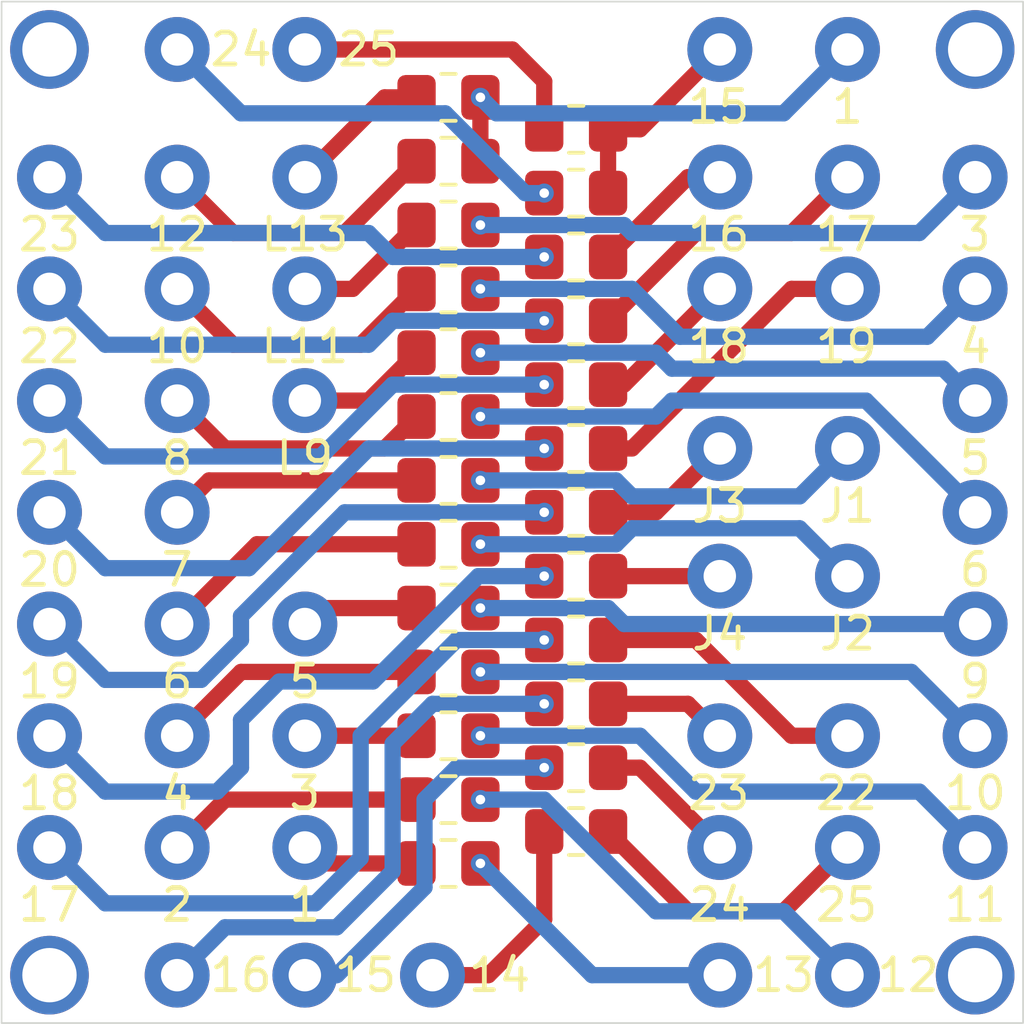
<source format=kicad_pcb>
(kicad_pcb (version 20241229) (generator "pcbnew") (generator_version "9.0")
  (layers (0 "F.Cu" signal) (2 "B.Cu" signal) (13 "F.Paste" user) (15 "B.Paste" user) (5 "F.SilkS" user "F.Silkscreen") (7 "B.SilkS" user "B.Silkscreen") (1 "F.Mask" user) (3 "B.Mask" user) (25 "Edge.Cuts" user))
  (net 0 "")
  (net 1 "Net-(J2-Pin_1)")
  (net 2 "Net-(J4-Pin_1)")
  (net 3 "Net-(L1-Pin_1)")
  (net 4 "Net-(L2-Pin_1)")
  (net 5 "Net-(L3-Pin_1)")
  (net 6 "Net-(L4-Pin_1)")
  (net 7 "Net-(L5-Pin_1)")
  (net 8 "Net-(L6-Pin_1)")
  (net 9 "Net-(L7-Pin_1)")
  (net 10 "Net-(L8-Pin_1)")
  (net 11 "Net-(L9-Pin_1)")
  (net 12 "Net-(L10-Pin_1)")
  (net 13 "Net-(L11-Pin_1)")
  (net 14 "Net-(L12-Pin_1)")
  (net 15 "Net-(L13-Pin_1)")
  (net 16 "Net-(L14-Pin_1)")
  (net 17 "Net-(L15-Pin_1)")
  (net 18 "Net-(L16-Pin_1)")
  (net 19 "Net-(L17-Pin_1)")
  (net 20 "Net-(L18-Pin_1)")
  (net 21 "Net-(L19-Pin_1)")
  (net 22 "Net-(L20-Pin_1)")
  (net 23 "Net-(L21-Pin_1)")
  (net 24 "Net-(L22-Pin_1)")
  (net 25 "Net-(L23-Pin_1)")
  (net 26 "Net-(L24-Pin_1)")
  (net 27 "Net-(L25-Pin_1)")
  (net 28 "Net-(R1-Pin_1)")
  (net 29 "Net-(R3-Pin_1)")
  (net 30 "Net-(R4-Pin_1)")
  (net 31 "Net-(R5-Pin_1)")
  (net 32 "Net-(R6-Pin_1)")
  (net 33 "Net-(R9-Pin_1)")
  (net 34 "Net-(R10-Pin_1)")
  (net 35 "Net-(R11-Pin_1)")
  (net 36 "Net-(R12-Pin_1)")
  (net 37 "Net-(R13-Pin_1)")
  (net 38 "Net-(R15-Pin_1)")
  (net 39 "Net-(R16-Pin_1)")
  (net 40 "Net-(R17-Pin_1)")
  (net 41 "Net-(R18-Pin_1)")
  (net 42 "Net-(R19-Pin_1)")
  (net 43 "Net-(R22-Pin_1)")
  (net 44 "Net-(R23-Pin_1)")
  (net 45 "Net-(R24-Pin_1)")
  (net 46 "Net-(R25-Pin_1)")
  (net 47 "Net-(J1-Pin_1)")
  (net 48 "Net-(J3-Pin_1)")
  (footprint "Resistor_SMD:R_0805_2012Metric_Pad1.20x1.40mm_HandSolder" (layer "F.Cu") (at 218 92 180)
    (property "Reference" "Res23" (hide yes))
    (property "Value" "~" (hide yes))
    (fp_line (start -0.227064 0.735) (end 0.227064 0.735) (stroke (width 0.12)) (layer "F.SilkS"))
    (fp_line (start -0.227064 -0.735) (end 0.227064 -0.735) (stroke (width 0.12)) (layer "F.SilkS"))
    (pad "1" smd roundrect (at -1 0 180) (size 1.2 1.4) (layers "F.Cu" "F.Mask" "F.Paste") (roundrect_rratio 0.208333) (net 44 "Net-(R23-Pin_1)"))
    (pad "2" smd roundrect (at 1 0 180) (size 1.2 1.4) (layers "F.Cu" "F.Mask" "F.Paste") (roundrect_rratio 0.208333) (net 18 "Net-(L16-Pin_1)"))
  )
  (footprint "Resistor_SMD:R_0805_2012Metric_Pad1.20x1.40mm_HandSolder" (layer "F.Cu") (at 214 93 180)
    (property "Reference" "Res11" (hide yes))
    (property "Value" "~" (hide yes))
    (fp_line (start -0.227064 0.735) (end 0.227064 0.735) (stroke (width 0.12)) (layer "F.SilkS"))
    (fp_line (start -0.227064 -0.735) (end 0.227064 -0.735) (stroke (width 0.12)) (layer "F.SilkS"))
    (pad "1" smd roundrect (at -1 0 180) (size 1.2 1.4) (layers "F.Cu" "F.Mask" "F.Paste") (roundrect_rratio 0.208333) (net 35 "Net-(R11-Pin_1)"))
    (pad "2" smd roundrect (at 1 0 180) (size 1.2 1.4) (layers "F.Cu" "F.Mask" "F.Paste") (roundrect_rratio 0.208333) (net 5 "Net-(L3-Pin_1)"))
  )
  (footprint "0_gleblab-general:40mils-TH-wire" (layer "F.Cu") (at 201.5 82.5 180)
    (property "Reference" "21" (at 0 -1.8 0) (layer "F.SilkS"))
    (property "Value" "Conn_01x01" (hide yes))
    (pad "1" thru_hole circle (at 0 0 180) (size 2.032 2.032) (drill 1.016) (layers "*.Cu" "*.Mask") (net 23 "Net-(L21-Pin_1)"))
  )
  (footprint "0_gleblab-general:40mils-TH-wire" (layer "F.Cu") (at 226.5 100.5)
    (property "Reference" "12" (at 1.9 0 0) (layer "F.SilkS"))
    (property "Value" "Conn_01x01" (hide yes))
    (pad "1" thru_hole circle (at 0 0) (size 2.032 2.032) (drill 1.016) (layers "*.Cu" "*.Mask") (net 36 "Net-(R12-Pin_1)"))
  )
  (footprint "0_gleblab-general:40mils-TH-wire" (layer "F.Cu") (at 201.5 75.5 180)
    (property "Reference" "23" (at 0 -1.8 0) (layer "F.SilkS"))
    (property "Value" "Conn_01x01" (hide yes))
    (pad "1" thru_hole circle (at 0 0 180) (size 2.032 2.032) (drill 1.016) (layers "*.Cu" "*.Mask") (net 25 "Net-(L23-Pin_1)"))
  )
  (footprint "0_gleblab-general:40mils-TH-wire" (layer "F.Cu") (at 222.5 71.5)
    (property "Reference" "15" (at -0.032 1.8 0) (layer "F.SilkS"))
    (property "Value" "Conn_01x01" (hide yes))
    (pad "1" thru_hole circle (at 0 0) (size 2.032 2.032) (drill 1.016) (layers "*.Cu" "*.Mask") (net 38 "Net-(R15-Pin_1)"))
  )
  (footprint "Resistor_SMD:R_0805_2012Metric_Pad1.20x1.40mm_HandSolder" (layer "F.Cu") (at 214 87 180)
    (property "Reference" "Res8" (hide yes))
    (property "Value" "~")
    (fp_line (start -0.227064 0.735) (end 0.227064 0.735) (stroke (width 0.12)) (layer "F.SilkS"))
    (fp_line (start -0.227064 -0.735) (end 0.227064 -0.735) (stroke (width 0.12)) (layer "F.SilkS"))
    (pad "1" smd roundrect (at -1 0 180) (size 1.2 1.4) (layers "F.Cu" "F.Mask" "F.Paste") (roundrect_rratio 0.208333) (net 1 "Net-(J2-Pin_1)"))
    (pad "2" smd roundrect (at 1 0 180) (size 1.2 1.4) (layers "F.Cu" "F.Mask" "F.Paste") (roundrect_rratio 0.208333) (net 8 "Net-(L6-Pin_1)"))
  )
  (footprint "0_gleblab-general:40mils-TH-wire" (layer "F.Cu") (at 209.5 71.5)
    (property "Reference" "25" (at 2 0 0) (layer "F.SilkS"))
    (property "Value" "Conn_01x01" (hide yes))
    (pad "1" thru_hole circle (at 0 0) (size 2.032 2.032) (drill 1.016) (layers "*.Cu" "*.Mask") (net 27 "Net-(L25-Pin_1)"))
  )
  (footprint "0_gleblab-general:40mils-TH-wire" (layer "F.Cu") (at 205.5 89.5 180)
    (property "Reference" "6" (at 0 -1.8 0) (layer "F.SilkS"))
    (property "Value" "Conn_01x01" (hide yes))
    (pad "1" thru_hole circle (at 0 0 180) (size 2.032 2.032) (drill 1.016) (layers "*.Cu" "*.Mask") (net 8 "Net-(L6-Pin_1)"))
  )
  (footprint "0_gleblab-general:0-80-GND-screw" (layer "F.Cu") (at 230.5 71.5)
    (property "Reference" "REF**" (hide yes))
    (property "Value" "0-80-GND-screw" (hide yes))
    (pad "1" thru_hole circle (at 0 0) (size 2.4638 2.4638) (drill 1.7018) (layers "*.Cu" "*.Mask"))
  )
  (footprint "Resistor_SMD:R_0805_2012Metric_Pad1.20x1.40mm_HandSolder" (layer "F.Cu") (at 214 89 180)
    (property "Reference" "Res9" (hide yes))
    (property "Value" "~")
    (fp_line (start -0.227064 0.735) (end 0.227064 0.735) (stroke (width 0.12)) (layer "F.SilkS"))
    (fp_line (start -0.227064 -0.735) (end 0.227064 -0.735) (stroke (width 0.12)) (layer "F.SilkS"))
    (pad "1" smd roundrect (at -1 0 180) (size 1.2 1.4) (layers "F.Cu" "F.Mask" "F.Paste") (roundrect_rratio 0.208333) (net 33 "Net-(R9-Pin_1)"))
    (pad "2" smd roundrect (at 1 0 180) (size 1.2 1.4) (layers "F.Cu" "F.Mask" "F.Paste") (roundrect_rratio 0.208333) (net 7 "Net-(L5-Pin_1)"))
  )
  (footprint "0_gleblab-general:0-80-GND-screw" (layer "F.Cu") (at 230.5 100.5)
    (property "Reference" "REF**" (hide yes))
    (property "Value" "0-80-GND-screw" (hide yes))
    (pad "1" thru_hole circle (at 0 0) (size 2.4638 2.4638) (drill 1.7018) (layers "*.Cu" "*.Mask"))
  )
  (footprint "0_gleblab-general:40mils-TH-wire" (layer "F.Cu") (at 226.5 84)
    (property "Reference" "J1" (at 0 1.8 0) (layer "F.SilkS"))
    (property "Value" "Conn_01x01" (hide yes))
    (pad "1" thru_hole circle (at 0 0) (size 2.032 2.032) (drill 1.016) (layers "*.Cu" "*.Mask") (net 47 "Net-(J1-Pin_1)"))
  )
  (footprint "0_gleblab-general:40mils-TH-wire" (layer "F.Cu") (at 213.5 100.5)
    (property "Reference" "14" (at 2.1 0 0) (layer "F.SilkS"))
    (property "Value" "Conn_01x01" (hide yes))
    (pad "1" thru_hole circle (at 0 0) (size 2.032 2.032) (drill 1.016) (layers "*.Cu" "*.Mask") (net 16 "Net-(L14-Pin_1)"))
  )
  (footprint "0_gleblab-general:40mils-TH-wire" (layer "F.Cu") (at 222.5 79)
    (property "Reference" "18" (at -0.032 1.8 0) (layer "F.SilkS"))
    (property "Value" "Conn_01x01" (hide yes))
    (pad "1" thru_hole circle (at 0 0) (size 2.032 2.032) (drill 1.016) (layers "*.Cu" "*.Mask") (net 41 "Net-(R18-Pin_1)"))
  )
  (footprint "0_gleblab-general:40mils-TH-wire" (layer "F.Cu") (at 201.5 93 180)
    (property "Reference" "18" (at 0 -1.8 0) (layer "F.SilkS"))
    (property "Value" "Conn_01x01" (hide yes))
    (pad "1" thru_hole circle (at 0 0 180) (size 2.032 2.032) (drill 1.016) (layers "*.Cu" "*.Mask") (net 20 "Net-(L18-Pin_1)"))
  )
  (footprint "0_gleblab-general:40mils-TH-wire" (layer "F.Cu") (at 209.5 82.5 180)
    (property "Reference" "L9" (at 0 -1.8 0) (layer "F.SilkS"))
    (property "Value" "Conn_01x01" (hide yes))
    (pad "1" thru_hole circle (at 0 0 180) (size 2.032 2.032) (drill 1.016) (layers "*.Cu" "*.Mask") (net 11 "Net-(L9-Pin_1)"))
  )
  (footprint "0_gleblab-general:40mils-TH-wire" (layer "F.Cu") (at 201.5 79 180)
    (property "Reference" "22" (at 0 -1.8 0) (layer "F.SilkS"))
    (property "Value" "Conn_01x01" (hide yes))
    (pad "1" thru_hole circle (at 0 0 180) (size 2.032 2.032) (drill 1.016) (layers "*.Cu" "*.Mask") (net 24 "Net-(L22-Pin_1)"))
  )
  (footprint "0_gleblab-general:40mils-TH-wire" (layer "F.Cu") (at 222.5 96.5)
    (property "Reference" "24" (at 0 1.8 0) (layer "F.SilkS"))
    (property "Value" "Conn_01x01" (hide yes))
    (pad "1" thru_hole circle (at 0 0) (size 2.032 2.032) (drill 1.016) (layers "*.Cu" "*.Mask") (net 45 "Net-(R24-Pin_1)"))
  )
  (footprint "0_gleblab-general:0-80-GND-screw" (layer "F.Cu") (at 201.5 71.5)
    (property "Reference" "REF**" (hide yes))
    (property "Value" "0-80-GND-screw" (hide yes))
    (pad "1" thru_hole circle (at 0 0) (size 2.4638 2.4638) (drill 1.7018) (layers "*.Cu" "*.Mask"))
  )
  (footprint "0_gleblab-general:40mils-TH-wire" (layer "F.Cu") (at 222.5 100.5)
    (property "Reference" "13" (at 2 0 0) (layer "F.SilkS"))
    (property "Value" "Conn_01x01" (hide yes))
    (pad "1" thru_hole circle (at 0 0) (size 2.032 2.032) (drill 1.016) (layers "*.Cu" "*.Mask") (net 37 "Net-(R13-Pin_1)"))
  )
  (footprint "0_gleblab-general:40mils-TH-wire" (layer "F.Cu") (at 205.5 71.5)
    (property "Reference" "24" (at 2 0 0) (layer "F.SilkS"))
    (property "Value" "Conn_01x01" (hide yes))
    (pad "1" thru_hole circle (at 0 0) (size 2.032 2.032) (drill 1.016) (layers "*.Cu" "*.Mask") (net 26 "Net-(L24-Pin_1)"))
  )
  (footprint "0_gleblab-general:40mils-TH-wire" (layer "F.Cu") (at 230.5 86)
    (property "Reference" "6" (at 0 1.8 0) (layer "F.SilkS"))
    (property "Value" "Conn_01x01" (hide yes))
    (pad "1" thru_hole circle (at 0 0) (size 2.032 2.032) (drill 1.016) (layers "*.Cu" "*.Mask") (net 32 "Net-(R6-Pin_1)"))
  )
  (footprint "Resistor_SMD:R_0805_2012Metric_Pad1.20x1.40mm_HandSolder" (layer "F.Cu") (at 218 86 180)
    (property "Reference" "Res20" (hide yes))
    (property "Value" "~" (hide yes))
    (fp_line (start -0.227064 0.735) (end 0.227064 0.735) (stroke (width 0.12)) (layer "F.SilkS"))
    (fp_line (start -0.227064 -0.735) (end 0.227064 -0.735) (stroke (width 0.12)) (layer "F.SilkS"))
    (pad "1" smd roundrect (at -1 0 180) (size 1.2 1.4) (layers "F.Cu" "F.Mask" "F.Paste") (roundrect_rratio 0.208333) (net 48 "Net-(J3-Pin_1)"))
    (pad "2" smd roundrect (at 1 0 180) (size 1.2 1.4) (layers "F.Cu" "F.Mask" "F.Paste") (roundrect_rratio 0.208333) (net 21 "Net-(L19-Pin_1)"))
  )
  (footprint "0_gleblab-general:40mils-TH-wire" (layer "F.Cu") (at 226.5 96.5)
    (property "Reference" "25" (at -0.032 1.8 0) (layer "F.SilkS"))
    (property "Value" "Conn_01x01" (hide yes))
    (pad "1" thru_hole circle (at 0 0) (size 2.032 2.032) (drill 1.016) (layers "*.Cu" "*.Mask") (net 46 "Net-(R25-Pin_1)"))
  )
  (footprint "0_gleblab-general:40mils-TH-wire" (layer "F.Cu") (at 226.5 79)
    (property "Reference" "19" (at -0.032 1.8 0) (layer "F.SilkS"))
    (property "Value" "Conn_01x01" (hide yes))
    (pad "1" thru_hole circle (at 0 0) (size 2.032 2.032) (drill 1.016) (layers "*.Cu" "*.Mask") (net 42 "Net-(R19-Pin_1)"))
  )
  (footprint "0_gleblab-general:40mils-TH-wire" (layer "F.Cu") (at 230.5 82.5)
    (property "Reference" "5" (at 0 1.8 0) (layer "F.SilkS"))
    (property "Value" "Conn_01x01" (hide yes))
    (pad "1" thru_hole circle (at 0 0) (size 2.032 2.032) (drill 1.016) (layers "*.Cu" "*.Mask") (net 31 "Net-(R5-Pin_1)"))
  )
  (footprint "0_gleblab-general:40mils-TH-wire" (layer "F.Cu") (at 222.5 93)
    (property "Reference" "23" (at -0.032 1.8 0) (layer "F.SilkS"))
    (property "Value" "Conn_01x01" (hide yes))
    (pad "1" thru_hole circle (at 0 0) (size 2.032 2.032) (drill 1.016) (layers "*.Cu" "*.Mask") (net 44 "Net-(R23-Pin_1)"))
  )
  (footprint "Resistor_SMD:R_0805_2012Metric_Pad1.20x1.40mm_HandSolder" (layer "F.Cu") (at 218 74 180)
    (property "Reference" "Res14" (hide yes))
    (property "Value" "~" (hide yes))
    (fp_line (start -0.227064 0.735) (end 0.227064 0.735) (stroke (width 0.12)) (layer "F.SilkS"))
    (fp_line (start -0.227064 -0.735) (end 0.227064 -0.735) (stroke (width 0.12)) (layer "F.SilkS"))
    (pad "1" smd roundrect (at -1 0 180) (size 1.2 1.4) (layers "F.Cu" "F.Mask" "F.Paste") (roundrect_rratio 0.208333) (net 38 "Net-(R15-Pin_1)"))
    (pad "2" smd roundrect (at 1 0 180) (size 1.2 1.4) (layers "F.Cu" "F.Mask" "F.Paste") (roundrect_rratio 0.208333) (net 27 "Net-(L25-Pin_1)"))
  )
  (footprint "0_gleblab-general:40mils-TH-wire" (layer "F.Cu") (at 222.5 75.5)
    (property "Reference" "16" (at -0.032 1.8 0) (layer "F.SilkS"))
    (property "Value" "Conn_01x01" (hide yes))
    (pad "1" thru_hole circle (at 0 0) (size 2.032 2.032) (drill 1.016) (layers "*.Cu" "*.Mask") (net 39 "Net-(R16-Pin_1)"))
  )
  (footprint "0_gleblab-general:40mils-TH-wire" (layer "F.Cu") (at 201.5 89.5 180)
    (property "Reference" "19" (at 0 -1.8 0) (layer "F.SilkS"))
    (property "Value" "Conn_01x01" (hide yes))
    (pad "1" thru_hole circle (at 0 0 180) (size 2.032 2.032) (drill 1.016) (layers "*.Cu" "*.Mask") (net 21 "Net-(L19-Pin_1)"))
  )
  (footprint "0_gleblab-general:40mils-TH-wire" (layer "F.Cu") (at 201.5 86 180)
    (property "Reference" "20" (at 0 -1.8 0) (layer "F.SilkS"))
    (property "Value" "Conn_01x01" (hide yes))
    (pad "1" thru_hole circle (at 0 0 180) (size 2.032 2.032) (drill 1.016) (layers "*.Cu" "*.Mask") (net 22 "Net-(L20-Pin_1)"))
  )
  (footprint "0_gleblab-general:40mils-TH-wire" (layer "F.Cu") (at 209.5 89.5 180)
    (property "Reference" "5" (at 0 -1.8 0) (layer "F.SilkS"))
    (property "Value" "Conn_01x01" (hide yes))
    (pad "1" thru_hole circle (at 0 0 180) (size 2.032 2.032) (drill 1.016) (layers "*.Cu" "*.Mask") (net 7 "Net-(L5-Pin_1)"))
  )
  (footprint "0_gleblab-general:40mils-TH-wire" (layer "F.Cu") (at 226.5 75.5)
    (property "Reference" "17" (at -0.032 1.8 0) (layer "F.SilkS"))
    (property "Value" "Conn_01x01" (hide yes))
    (pad "1" thru_hole circle (at 0 0) (size 2.032 2.032) (drill 1.016) (layers "*.Cu" "*.Mask") (net 40 "Net-(R17-Pin_1)"))
  )
  (footprint "Resistor_SMD:R_0805_2012Metric_Pad1.20x1.40mm_HandSolder" (layer "F.Cu") (at 214 91 180)
    (property "Reference" "Res10" (hide yes))
    (property "Value" "~" (hide yes))
    (fp_line (start -0.227064 0.735) (end 0.227064 0.735) (stroke (width 0.12)) (layer "F.SilkS"))
    (fp_line (start -0.227064 -0.735) (end 0.227064 -0.735) (stroke (width 0.12)) (layer "F.SilkS"))
    (pad "1" smd roundrect (at -1 0 180) (size 1.2 1.4) (layers "F.Cu" "F.Mask" "F.Paste") (roundrect_rratio 0.208333) (net 34 "Net-(R10-Pin_1)"))
    (pad "2" smd roundrect (at 1 0 180) (size 1.2 1.4) (layers "F.Cu" "F.Mask" "F.Paste") (roundrect_rratio 0.208333) (net 6 "Net-(L4-Pin_1)"))
  )
  (footprint "Resistor_SMD:R_0805_2012Metric_Pad1.20x1.40mm_HandSolder" (layer "F.Cu") (at 214 77 180)
    (property "Reference" "Res3" (hide yes))
    (property "Value" "~" (hide yes))
    (fp_line (start -0.227064 0.735) (end 0.227064 0.735) (stroke (width 0.12)) (layer "F.SilkS"))
    (fp_line (start -0.227064 -0.735) (end 0.227064 -0.735) (stroke (width 0.12)) (layer "F.SilkS"))
    (pad "1" smd roundrect (at -1 0 180) (size 1.2 1.4) (layers "F.Cu" "F.Mask" "F.Paste") (roundrect_rratio 0.208333) (net 29 "Net-(R3-Pin_1)"))
    (pad "2" smd roundrect (at 1 0 180) (size 1.2 1.4) (layers "F.Cu" "F.Mask" "F.Paste") (roundrect_rratio 0.208333) (net 13 "Net-(L11-Pin_1)"))
  )
  (footprint "Resistor_SMD:R_0805_2012Metric_Pad1.20x1.40mm_HandSolder" (layer "F.Cu") (at 218 80 180)
    (property "Reference" "Res17" (hide yes))
    (property "Value" "~")
    (fp_line (start -0.227064 0.735) (end 0.227064 0.735) (stroke (width 0.12)) (layer "F.SilkS"))
    (fp_line (start -0.227064 -0.735) (end 0.227064 -0.735) (stroke (width 0.12)) (layer "F.SilkS"))
    (pad "1" smd roundrect (at -1 0 180) (size 1.2 1.4) (layers "F.Cu" "F.Mask" "F.Paste") (roundrect_rratio 0.208333) (net 40 "Net-(R17-Pin_1)"))
    (pad "2" smd roundrect (at 1 0 180) (size 1.2 1.4) (layers "F.Cu" "F.Mask" "F.Paste") (roundrect_rratio 0.208333) (net 24 "Net-(L22-Pin_1)"))
  )
  (footprint "0_gleblab-general:40mils-TH-wire" (layer "F.Cu") (at 230.5 79)
    (property "Reference" "4" (at 0 1.8 0) (layer "F.SilkS"))
    (property "Value" "Conn_01x01" (hide yes))
    (pad "1" thru_hole circle (at 0 0) (size 2.032 2.032) (drill 1.016) (layers "*.Cu" "*.Mask") (net 30 "Net-(R4-Pin_1)"))
  )
  (footprint "0_gleblab-general:40mils-TH-wire" (layer "F.Cu") (at 205.5 100.5 180)
    (property "Reference" "16" (at -2 0 0) (layer "F.SilkS"))
    (property "Value" "Conn_01x01" (hide yes))
    (pad "1" thru_hole circle (at 0 0 180) (size 2.032 2.032) (drill 1.016) (layers "*.Cu" "*.Mask") (net 18 "Net-(L16-Pin_1)"))
  )
  (footprint "0_gleblab-general:40mils-TH-wire" (layer "F.Cu") (at 230.5 96.5)
    (property "Reference" "11" (at 0 1.8 0) (layer "F.SilkS"))
    (property "Value" "Conn_01x01" (hide yes))
    (pad "1" thru_hole circle (at 0 0) (size 2.032 2.032) (drill 1.016) (layers "*.Cu" "*.Mask") (net 35 "Net-(R11-Pin_1)"))
  )
  (footprint "0_gleblab-general:40mils-TH-wire" (layer "F.Cu") (at 226.5 71.5)
    (property "Reference" "1" (at 0 1.8 0) (layer "F.SilkS"))
    (property "Value" "Conn_01x01" (hide yes))
    (pad "1" thru_hole circle (at 0 0) (size 2.032 2.032) (drill 1.016) (layers "*.Cu" "*.Mask") (net 28 "Net-(R1-Pin_1)"))
  )
  (footprint "0_gleblab-general:40mils-TH-wire" (layer "F.Cu") (at 222.5 84)
    (property "Reference" "J3" (at 0 1.8 0) (layer "F.SilkS"))
    (property "Value" "Conn_01x01" (hide yes))
    (pad "1" thru_hole circle (at 0 0) (size 2.032 2.032) (drill 1.016) (layers "*.Cu" "*.Mask") (net 48 "Net-(J3-Pin_1)"))
  )
  (footprint "Resistor_SMD:R_0805_2012Metric_Pad1.20x1.40mm_HandSolder" (layer "F.Cu") (at 218 84 180)
    (property "Reference" "Res19" (hide yes))
    (property "Value" "~" (hide yes))
    (fp_line (start -0.227064 0.735) (end 0.227064 0.735) (stroke (width 0.12)) (layer "F.SilkS"))
    (fp_line (start -0.227064 -0.735) (end 0.227064 -0.735) (stroke (width 0.12)) (layer "F.SilkS"))
    (pad "1" smd roundrect (at -1 0 180) (size 1.2 1.4) (layers "F.Cu" "F.Mask" "F.Paste") (roundrect_rratio 0.208333) (net 42 "Net-(R19-Pin_1)"))
    (pad "2" smd roundrect (at 1 0 180) (size 1.2 1.4) (layers "F.Cu" "F.Mask" "F.Paste") (roundrect_rratio 0.208333) (net 22 "Net-(L20-Pin_1)"))
  )
  (footprint "Resistor_SMD:R_0805_2012Metric_Pad1.20x1.40mm_HandSolder" (layer "F.Cu") (at 214 83 180)
    (property "Reference" "Res6" (hide yes))
    (property "Value" "~")
    (fp_line (start -0.227064 0.735) (end 0.227064 0.735) (stroke (width 0.12)) (layer "F.SilkS"))
    (fp_line (start -0.227064 -0.735) (end 0.227064 -0.735) (stroke (width 0.12)) (layer "F.SilkS"))
    (pad "1" smd roundrect (at -1 0 180) (size 1.2 1.4) (layers "F.Cu" "F.Mask" "F.Paste") (roundrect_rratio 0.208333) (net 32 "Net-(R6-Pin_1)"))
    (pad "2" smd roundrect (at 1 0 180) (size 1.2 1.4) (layers "F.Cu" "F.Mask" "F.Paste") (roundrect_rratio 0.208333) (net 10 "Net-(L8-Pin_1)"))
  )
  (footprint "Resistor_SMD:R_0805_2012Metric_Pad1.20x1.40mm_HandSolder" (layer "F.Cu") (at 218 88 180)
    (property "Reference" "Res21" (hide yes))
    (property "Value" "~")
    (fp_line (start -0.227064 0.735) (end 0.227064 0.735) (stroke (width 0.12)) (layer "F.SilkS"))
    (fp_line (start -0.227064 -0.735) (end 0.227064 -0.735) (stroke (width 0.12)) (layer "F.SilkS"))
    (pad "1" smd roundrect (at -1 0 180) (size 1.2 1.4) (layers "F.Cu" "F.Mask" "F.Paste") (roundrect_rratio 0.208333) (net 2 "Net-(J4-Pin_1)"))
    (pad "2" smd roundrect (at 1 0 180) (size 1.2 1.4) (layers "F.Cu" "F.Mask" "F.Paste") (roundrect_rratio 0.208333) (net 20 "Net-(L18-Pin_1)"))
  )
  (footprint "Resistor_SMD:R_0805_2012Metric_Pad1.20x1.40mm_HandSolder" (layer "F.Cu") (at 214 79 180)
    (property "Reference" "Res4" (hide yes))
    (property "Value" "~")
    (fp_line (start -0.227064 0.735) (end 0.227064 0.735) (stroke (width 0.12)) (layer "F.SilkS"))
    (fp_line (start -0.227064 -0.735) (end 0.227064 -0.735) (stroke (width 0.12)) (layer "F.SilkS"))
    (pad "1" smd roundrect (at -1 0 180) (size 1.2 1.4) (layers "F.Cu" "F.Mask" "F.Paste") (roundrect_rratio 0.208333) (net 30 "Net-(R4-Pin_1)"))
    (pad "2" smd roundrect (at 1 0 180) (size 1.2 1.4) (layers "F.Cu" "F.Mask" "F.Paste") (roundrect_rratio 0.208333) (net 12 "Net-(L10-Pin_1)"))
  )
  (footprint "0_gleblab-general:40mils-TH-wire" (layer "F.Cu") (at 226.5 88)
    (property "Reference" "J2" (at 0 1.8 0) (layer "F.SilkS"))
    (property "Value" "Conn_01x01" (hide yes))
    (pad "1" thru_hole circle (at 0 0) (size 2.032 2.032) (drill 1.016) (layers "*.Cu" "*.Mask") (net 1 "Net-(J2-Pin_1)"))
  )
  (footprint "0_gleblab-general:40mils-TH-wire" (layer "F.Cu") (at 201.5 96.5 180)
    (property "Reference" "17" (at 0 -1.8 0) (layer "F.SilkS"))
    (property "Value" "Conn_01x01" (hide yes))
    (pad "1" thru_hole circle (at 0 0 180) (size 2.032 2.032) (drill 1.016) (layers "*.Cu" "*.Mask") (net 19 "Net-(L17-Pin_1)"))
  )
  (footprint "0_gleblab-general:40mils-TH-wire" (layer "F.Cu") (at 205.5 79 180)
    (property "Reference" "10" (at 0 -1.8 0) (layer "F.SilkS"))
    (property "Value" "Conn_01x01" (hide yes))
    (pad "1" thru_hole circle (at 0 0 180) (size 2.032 2.032) (drill 1.016) (layers "*.Cu" "*.Mask") (net 12 "Net-(L10-Pin_1)"))
  )
  (footprint "Resistor_SMD:R_0805_2012Metric_Pad1.20x1.40mm_HandSolder" (layer "F.Cu") (at 214 85 180)
    (property "Reference" "Res7" (hide yes))
    (property "Value" "~")
    (fp_line (start -0.227064 0.735) (end 0.227064 0.735) (stroke (width 0.12)) (layer "F.SilkS"))
    (fp_line (start -0.227064 -0.735) (end 0.227064 -0.735) (stroke (width 0.12)) (layer "F.SilkS"))
    (pad "1" smd roundrect (at -1 0 180) (size 1.2 1.4) (layers "F.Cu" "F.Mask" "F.Paste") (roundrect_rratio 0.208333) (net 47 "Net-(J1-Pin_1)"))
    (pad "2" smd roundrect (at 1 0 180) (size 1.2 1.4) (layers "F.Cu" "F.Mask" "F.Paste") (roundrect_rratio 0.208333) (net 9 "Net-(L7-Pin_1)"))
  )
  (footprint "Resistor_SMD:R_0805_2012Metric_Pad1.20x1.40mm_HandSolder" (layer "F.Cu") (at 214 95 180)
    (property "Reference" "Res12" (hide yes))
    (property "Value" "~")
    (fp_line (start -0.227064 0.735) (end 0.227064 0.735) (stroke (width 0.12)) (layer "F.SilkS"))
    (fp_line (start -0.227064 -0.735) (end 0.227064 -0.735) (stroke (width 0.12)) (layer "F.SilkS"))
    (pad "1" smd roundrect (at -1 0 180) (size 1.2 1.4) (layers "F.Cu" "F.Mask" "F.Paste") (roundrect_rratio 0.208333) (net 36 "Net-(R12-Pin_1)"))
    (pad "2" smd roundrect (at 1 0 180) (size 1.2 1.4) (layers "F.Cu" "F.Mask" "F.Paste") (roundrect_rratio 0.208333) (net 4 "Net-(L2-Pin_1)"))
  )
  (footprint "0_gleblab-general:40mils-TH-wire" (layer "F.Cu") (at 205.5 82.5 180)
    (property "Reference" "8" (at 0 -1.8 0) (layer "F.SilkS"))
    (property "Value" "Conn_01x01" (hide yes))
    (pad "1" thru_hole circle (at 0 0 180) (size 2.032 2.032) (drill 1.016) (layers "*.Cu" "*.Mask") (net 10 "Net-(L8-Pin_1)"))
  )
  (footprint "0_gleblab-general:40mils-TH-wire" (layer "F.Cu") (at 205.5 96.5)
    (property "Reference" "2" (at 0 1.8 0) (layer "F.SilkS"))
    (property "Value" "Conn_01x01" (hide yes))
    (pad "1" thru_hole circle (at 0 0) (size 2.032 2.032) (drill 1.016) (layers "*.Cu" "*.Mask") (net 4 "Net-(L2-Pin_1)"))
  )
  (footprint "0_gleblab-general:40mils-TH-wire" (layer "F.Cu") (at 230.5 89.5)
    (property "Reference" "9" (at 0 1.8 0) (layer "F.SilkS"))
    (property "Value" "Conn_01x01" (hide yes))
    (pad "1" thru_hole circle (at 0 0) (size 2.032 2.032) (drill 1.016) (layers "*.Cu" "*.Mask") (net 33 "Net-(R9-Pin_1)"))
  )
  (footprint "Resistor_SMD:R_0805_2012Metric_Pad1.20x1.40mm_HandSolder" (layer "F.Cu") (at 218 76 180)
    (property "Reference" "Res15" (hide yes))
    (property "Value" "~")
    (fp_line (start -0.227064 0.735) (end 0.227064 0.735) (stroke (width 0.12)) (layer "F.SilkS"))
    (fp_line (start -0.227064 -0.735) (end 0.227064 -0.735) (stroke (width 0.12)) (layer "F.SilkS"))
    (pad "1" smd roundrect (at -1 0 180) (size 1.2 1.4) (layers "F.Cu" "F.Mask" "F.Paste") (roundrect_rratio 0.208333) (net 38 "Net-(R15-Pin_1)"))
    (pad "2" smd roundrect (at 1 0 180) (size 1.2 1.4) (layers "F.Cu" "F.Mask" "F.Paste") (roundrect_rratio 0.208333) (net 26 "Net-(L24-Pin_1)"))
  )
  (footprint "0_gleblab-general:40mils-TH-wire" (layer "F.Cu") (at 230.5 75.5)
    (property "Reference" "3" (at 0 1.8 0) (layer "F.SilkS"))
    (property "Value" "Conn_01x01" (hide yes))
    (pad "1" thru_hole circle (at 0 0) (size 2.032 2.032) (drill 1.016) (layers "*.Cu" "*.Mask") (net 29 "Net-(R3-Pin_1)"))
  )
  (footprint "0_gleblab-general:40mils-TH-wire" (layer "F.Cu") (at 209.5 96.5)
    (property "Reference" "1" (at 0 1.8 0) (layer "F.SilkS"))
    (property "Value" "Conn_01x01" (hide yes))
    (pad "1" thru_hole circle (at 0 0) (size 2.032 2.032) (drill 1.016) (layers "*.Cu" "*.Mask") (net 3 "Net-(L1-Pin_1)"))
  )
  (footprint "0_gleblab-general:40mils-TH-wire" (layer "F.Cu") (at 222.5 88)
    (property "Reference" "J4" (at 0 1.8 0) (layer "F.SilkS"))
    (property "Value" "Conn_01x01" (hide yes))
    (pad "1" thru_hole circle (at 0 0) (size 2.032 2.032) (drill 1.016) (layers "*.Cu" "*.Mask") (net 2 "Net-(J4-Pin_1)"))
  )
  (footprint "Resistor_SMD:R_0805_2012Metric_Pad1.20x1.40mm_HandSolder" (layer "F.Cu") (at 218 96 180)
    (property "Reference" "Res25" (hide yes))
    (property "Value" "~")
    (fp_line (start -0.227064 0.735) (end 0.227064 0.735) (stroke (width 0.12)) (layer "F.SilkS"))
    (fp_line (start -0.227064 -0.735) (end 0.227064 -0.735) (stroke (width 0.12)) (layer "F.SilkS"))
    (pad "1" smd roundrect (at -1 0 180) (size 1.2 1.4) (layers "F.Cu" "F.Mask" "F.Paste") (roundrect_rratio 0.208333) (net 46 "Net-(R25-Pin_1)"))
    (pad "2" smd roundrect (at 1 0 180) (size 1.2 1.4) (layers "F.Cu" "F.Mask" "F.Paste") (roundrect_rratio 0.208333) (net 16 "Net-(L14-Pin_1)"))
  )
  (footprint "Resistor_SMD:R_0805_2012Metric_Pad1.20x1.40mm_HandSolder" (layer "F.Cu") (at 218 90 180)
    (property "Reference" "Res22" (hide yes))
    (property "Value" "~")
    (fp_line (start -0.227064 0.735) (end 0.227064 0.735) (stroke (width 0.12)) (layer "F.SilkS"))
    (fp_line (start -0.227064 -0.735) (end 0.227064 -0.735) (stroke (width 0.12)) (layer "F.SilkS"))
    (pad "1" smd roundrect (at -1 0 180) (size 1.2 1.4) (layers "F.Cu" "F.Mask" "F.Paste") (roundrect_rratio 0.208333) (net 43 "Net-(R22-Pin_1)"))
    (pad "2" smd roundrect (at 1 0 180) (size 1.2 1.4) (layers "F.Cu" "F.Mask" "F.Paste") (roundrect_rratio 0.208333) (net 19 "Net-(L17-Pin_1)"))
  )
  (footprint "0_gleblab-general:0-80-GND-screw" (layer "F.Cu") (at 201.5 100.5)
    (property "Reference" "REF**" (hide yes))
    (property "Value" "0-80-GND-screw" (hide yes))
    (pad "1" thru_hole circle (at 0 0) (size 2.4638 2.4638) (drill 1.7018) (layers "*.Cu" "*.Mask"))
  )
  (footprint "Resistor_SMD:R_0805_2012Metric_Pad1.20x1.40mm_HandSolder" (layer "F.Cu") (at 214 73 180)
    (property "Reference" "Res1" (hide yes))
    (property "Value" "~" (hide yes))
    (fp_line (start -0.227064 0.735) (end 0.227064 0.735) (stroke (width 0.12)) (layer "F.SilkS"))
    (fp_line (start -0.227064 -0.735) (end 0.227064 -0.735) (stroke (width 0.12)) (layer "F.SilkS"))
    (pad "1" smd roundrect (at -1 0 180) (size 1.2 1.4) (layers "F.Cu" "F.Mask" "F.Paste") (roundrect_rratio 0.208333) (net 28 "Net-(R1-Pin_1)"))
    (pad "2" smd roundrect (at 1 0 180) (size 1.2 1.4) (layers "F.Cu" "F.Mask" "F.Paste") (roundrect_rratio 0.208333) (net 15 "Net-(L13-Pin_1)"))
  )
  (footprint "0_gleblab-general:40mils-TH-wire" (layer "F.Cu") (at 209.5 75.5 180)
    (property "Reference" "L13" (at 0 -1.8 0) (layer "F.SilkS"))
    (property "Value" "Conn_01x01" (hide yes))
    (pad "1" thru_hole circle (at 0 0 180) (size 2.032 2.032) (drill 1.016) (layers "*.Cu" "*.Mask") (net 15 "Net-(L13-Pin_1)"))
  )
  (footprint "Resistor_SMD:R_0805_2012Metric_Pad1.20x1.40mm_HandSolder" (layer "F.Cu") (at 214 81 180)
    (property "Reference" "Res5" (hide yes))
    (property "Value" "~" (hide yes))
    (fp_line (start -0.227064 0.735) (end 0.227064 0.735) (stroke (width 0.12)) (layer "F.SilkS"))
    (fp_line (start -0.227064 -0.735) (end 0.227064 -0.735) (stroke (width 0.12)) (layer "F.SilkS"))
    (pad "1" smd roundrect (at -1 0 180) (size 1.2 1.4) (layers "F.Cu" "F.Mask" "F.Paste") (roundrect_rratio 0.208333) (net 31 "Net-(R5-Pin_1)"))
    (pad "2" smd roundrect (at 1 0 180) (size 1.2 1.4) (layers "F.Cu" "F.Mask" "F.Paste") (roundrect_rratio 0.208333) (net 11 "Net-(L9-Pin_1)"))
  )
  (footprint "0_gleblab-general:40mils-TH-wire" (layer "F.Cu") (at 230.5 93)
    (property "Reference" "10" (at 0 1.8 0) (layer "F.SilkS"))
    (property "Value" "Conn_01x01" (hide yes))
    (pad "1" thru_hole circle (at 0 0) (size 2.032 2.032) (drill 1.016) (layers "*.Cu" "*.Mask") (net 34 "Net-(R10-Pin_1)"))
  )
  (footprint "Resistor_SMD:R_0805_2012Metric_Pad1.20x1.40mm_HandSolder" (layer "F.Cu") (at 218 82 180)
    (property "Reference" "Res18" (hide yes))
    (property "Value" "~")
    (fp_line (start -0.227064 0.735) (end 0.227064 0.735) (stroke (width 0.12)) (layer "F.SilkS"))
    (fp_line (start -0.227064 -0.735) (end 0.227064 -0.735) (stroke (width 0.12)) (layer "F.SilkS"))
    (pad "1" smd roundrect (at -1 0 180) (size 1.2 1.4) (layers "F.Cu" "F.Mask" "F.Paste") (roundrect_rratio 0.208333) (net 41 "Net-(R18-Pin_1)"))
    (pad "2" smd roundrect (at 1 0 180) (size 1.2 1.4) (layers "F.Cu" "F.Mask" "F.Paste") (roundrect_rratio 0.208333) (net 23 "Net-(L21-Pin_1)"))
  )
  (footprint "Resistor_SMD:R_0805_2012Metric_Pad1.20x1.40mm_HandSolder" (layer "F.Cu") (at 218 78 180)
    (property "Reference" "Res16" (hide yes))
    (property "Value" "~")
    (fp_line (start -0.227064 0.735) (end 0.227064 0.735) (stroke (width 0.12)) (layer "F.SilkS"))
    (fp_line (start -0.227064 -0.735) (end 0.227064 -0.735) (stroke (width 0.12)) (layer "F.SilkS"))
    (pad "1" smd roundrect (at -1 0 180) (size 1.2 1.4) (layers "F.Cu" "F.Mask" "F.Paste") (roundrect_rratio 0.208333) (net 39 "Net-(R16-Pin_1)"))
    (pad "2" smd roundrect (at 1 0 180) (size 1.2 1.4) (layers "F.Cu" "F.Mask" "F.Paste") (roundrect_rratio 0.208333) (net 25 "Net-(L23-Pin_1)"))
  )
  (footprint "0_gleblab-general:40mils-TH-wire" (layer "F.Cu") (at 205.5 86 180)
    (property "Reference" "7" (at 0 -1.8 0) (layer "F.SilkS"))
    (property "Value" "Conn_01x01" (hide yes))
    (pad "1" thru_hole circle (at 0 0 180) (size 2.032 2.032) (drill 1.016) (layers "*.Cu" "*.Mask") (net 9 "Net-(L7-Pin_1)"))
  )
  (footprint "0_gleblab-general:40mils-TH-wire" (layer "F.Cu") (at 226.5 93)
    (property "Reference" "22" (at -0.032 1.8 0) (layer "F.SilkS"))
    (property "Value" "Conn_01x01" (hide yes))
    (pad "1" thru_hole circle (at 0 0) (size 2.032 2.032) (drill 1.016) (layers "*.Cu" "*.Mask") (net 43 "Net-(R22-Pin_1)"))
  )
  (footprint "Resistor_SMD:R_0805_2012Metric_Pad1.20x1.40mm_HandSolder" (layer "F.Cu") (at 214 75 180)
    (property "Reference" "Res2" (hide yes))
    (property "Value" "~" (hide yes))
    (fp_line (start -0.227064 0.735) (end 0.227064 0.735) (stroke (width 0.12)) (layer "F.SilkS"))
    (fp_line (start -0.227064 -0.735) (end 0.227064 -0.735) (stroke (width 0.12)) (layer "F.SilkS"))
    (pad "1" smd roundrect (at -1 0 180) (size 1.2 1.4) (layers "F.Cu" "F.Mask" "F.Paste") (roundrect_rratio 0.208333) (net 28 "Net-(R1-Pin_1)"))
    (pad "2" smd roundrect (at 1 0 180) (size 1.2 1.4) (layers "F.Cu" "F.Mask" "F.Paste") (roundrect_rratio 0.208333) (net 14 "Net-(L12-Pin_1)"))
  )
  (footprint "0_gleblab-general:40mils-TH-wire" (layer "F.Cu") (at 205.5 93 180)
    (property "Reference" "4" (at 0 -1.8 0) (layer "F.SilkS"))
    (property "Value" "Conn_01x01" (hide yes))
    (pad "1" thru_hole circle (at 0 0 180) (size 2.032 2.032) (drill 1.016) (layers "*.Cu" "*.Mask") (net 6 "Net-(L4-Pin_1)"))
  )
  (footprint "0_gleblab-general:40mils-TH-wire" (layer "F.Cu") (at 209.5 93 180)
    (property "Reference" "3" (at 0 -1.8 0) (layer "F.SilkS"))
    (property "Value" "Conn_01x01" (hide yes))
    (pad "1" thru_hole circle (at 0 0 180) (size 2.032 2.032) (drill 1.016) (layers "*.Cu" "*.Mask") (net 5 "Net-(L3-Pin_1)"))
  )
  (footprint "0_gleblab-general:40mils-TH-wire" (layer "F.Cu") (at 209.5 100.5 180)
    (property "Reference" "15" (at -1.9 0 0) (layer "F.SilkS"))
    (property "Value" "Conn_01x01" (hide yes))
    (pad "1" thru_hole circle (at 0 0 180) (size 2.032 2.032) (drill 1.016) (layers "*.Cu" "*.Mask") (net 17 "Net-(L15-Pin_1)"))
  )
  (footprint "0_gleblab-general:40mils-TH-wire" (layer "F.Cu") (at 205.5 75.5 180)
    (property "Reference" "12" (at 0 -1.8 0) (layer "F.SilkS"))
    (property "Value" "Conn_01x01" (hide yes))
    (pad "1" thru_hole circle (at 0 0 180) (size 2.032 2.032) (drill 1.016) (layers "*.Cu" "*.Mask") (net 14 "Net-(L12-Pin_1)"))
  )
  (footprint "0_gleblab-general:40mils-TH-wire" (layer "F.Cu") (at 209.5 79 180)
    (property "Reference" "L11" (at 0 -1.8 0) (layer "F.SilkS"))
    (property "Value" "Conn_01x01" (hide yes))
    (pad "1" thru_hole circle (at 0 0 180) (size 2.032 2.032) (drill 1.016) (layers "*.Cu" "*.Mask") (net 13 "Net-(L11-Pin_1)"))
  )
  (footprint "Resistor_SMD:R_0805_2012Metric_Pad1.20x1.40mm_HandSolder" (layer "F.Cu") (at 214 97 180)
    (property "Reference" "Res13" (hide yes))
    (property "Value" "~")
    (fp_line (start -0.227064 0.735) (end 0.227064 0.735) (stroke (width 0.12)) (layer "F.SilkS"))
    (fp_line (start -0.227064 -0.735) (end 0.227064 -0.735) (stroke (width 0.12)) (layer "F.SilkS"))
    (pad "1" smd roundrect (at -1 0 180) (size 1.2 1.4) (layers "F.Cu" "F.Mask" "F.Paste") (roundrect_rratio 0.208333) (net 37 "Net-(R13-Pin_1)"))
    (pad "2" smd roundrect (at 1 0 180) (size 1.2 1.4) (layers "F.Cu" "F.Mask" "F.Paste") (roundrect_rratio 0.208333) (net 3 "Net-(L1-Pin_1)"))
  )
  (footprint "Resistor_SMD:R_0805_2012Metric_Pad1.20x1.40mm_HandSolder" (layer "F.Cu") (at 218 94 180)
    (property "Reference" "Res24" (hide yes))
    (property "Value" "~")
    (fp_line (start -0.227064 0.735) (end 0.227064 0.735) (stroke (width 0.12)) (layer "F.SilkS"))
    (fp_line (start -0.227064 -0.735) (end 0.227064 -0.735) (stroke (width 0.12)) (layer "F.SilkS"))
    (pad "1" smd roundrect (at -1 0 180) (size 1.2 1.4) (layers "F.Cu" "F.Mask" "F.Paste") (roundrect_rratio 0.208333) (net 45 "Net-(R24-Pin_1)"))
    (pad "2" smd roundrect (at 1 0 180) (size 1.2 1.4) (layers "F.Cu" "F.Mask" "F.Paste") (roundrect_rratio 0.208333) (net 17 "Net-(L15-Pin_1)"))
  )
  (gr_rect (start 200 70) (end 232 102) (stroke (width 0.05)) (fill no) (layer "Edge.Cuts"))
  (via (at 215 87) (size 0.6) (drill 0.3) (layers "F.Cu" "B.Cu") (net 1))
  (segment (start 215 87) (end 219.25 87) (width 0.508) (layer "B.Cu") (net 1))
  (segment (start 225 86.5) (end 226.5 88) (width 0.508) (layer "B.Cu") (net 1))
  (segment (start 219.75 86.5) (end 225 86.5) (width 0.508) (layer "B.Cu") (net 1))
  (segment (start 219.25 87) (end 219.75 86.5) (width 0.508) (layer "B.Cu") (net 1))
  (segment (start 219 88) (end 222.5 88) (width 0.508) (layer "F.Cu") (net 2))
  (segment (start 213 97) (end 210 97) (width 0.508) (layer "F.Cu") (net 3))
  (segment (start 210 97) (end 209.5 96.5) (width 0.508) (layer "F.Cu") (net 3))
  (segment (start 207 95) (end 205.5 96.5) (width 0.508) (layer "F.Cu") (net 4))
  (segment (start 213 95) (end 207 95) (width 0.508) (layer "F.Cu") (net 4))
  (segment (start 213 93) (end 209.5 93) (width 0.508) (layer "F.Cu") (net 5))
  (segment (start 213 91) (end 207.5 91) (width 0.508) (layer "F.Cu") (net 6))
  (segment (start 207.5 91) (end 205.5 93) (width 0.508) (layer "F.Cu") (net 6))
  (segment (start 210 89) (end 209.5 89.5) (width 0.508) (layer "F.Cu") (net 7))
  (segment (start 213 89) (end 210 89) (width 0.508) (layer "F.Cu") (net 7))
  (segment (start 213 87) (end 208 87) (width 0.508) (layer "F.Cu") (net 8))
  (segment (start 208 87) (end 205.5 89.5) (width 0.508) (layer "F.Cu") (net 8))
  (segment (start 206.5 85) (end 205.5 86) (width 0.508) (layer "F.Cu") (net 9))
  (segment (start 213 85) (end 206.5 85) (width 0.508) (layer "F.Cu") (net 9))
  (segment (start 213 83) (end 212 84) (width 0.508) (layer "F.Cu") (net 10))
  (segment (start 207 84) (end 205.5 82.5) (width 0.508) (layer "F.Cu") (net 10))
  (segment (start 212 84) (end 207 84) (width 0.508) (layer "F.Cu") (net 10))
  (segment (start 211.5 82.5) (end 209.5 82.5) (width 0.508) (layer "F.Cu") (net 11))
  (segment (start 213 81) (end 211.5 82.5) (width 0.508) (layer "F.Cu") (net 11))
  (segment (start 207.25 80.75) (end 205.5 79) (width 0.508) (layer "F.Cu") (net 12))
  (segment (start 213 79) (end 211.25 80.75) (width 0.508) (layer "F.Cu") (net 12))
  (segment (start 211.25 80.75) (end 207.25 80.75) (width 0.508) (layer "F.Cu") (net 12))
  (segment (start 211 79) (end 209.5 79) (width 0.508) (layer "F.Cu") (net 13))
  (segment (start 213 77) (end 211 79) (width 0.508) (layer "F.Cu") (net 13))
  (segment (start 213 75) (end 210.75 77.25) (width 0.508) (layer "F.Cu") (net 14))
  (segment (start 210.75 77.25) (end 207.25 77.25) (width 0.508) (layer "F.Cu") (net 14))
  (segment (start 207.25 77.25) (end 205.5 75.5) (width 0.508) (layer "F.Cu") (net 14))
  (segment (start 213 73) (end 212 73) (width 0.508) (layer "F.Cu") (net 15))
  (segment (start 212 73) (end 209.5 75.5) (width 0.508) (layer "F.Cu") (net 15))
  (segment (start 213.5 100.5) (end 215.25 100.5) (width 0.508) (layer "F.Cu") (net 16))
  (segment (start 217 98.75) (end 217 96) (width 0.508) (layer "F.Cu") (net 16))
  (segment (start 215.25 100.5) (end 217 98.75) (width 0.508) (layer "F.Cu") (net 16))
  (via (at 217 94) (size 0.6) (drill 0.3) (layers "F.Cu" "B.Cu") (net 17))
  (segment (start 213.25 95) (end 214.25 94) (width 0.508) (layer "B.Cu") (net 17))
  (segment (start 213.25 97.75) (end 213.25 95) (width 0.508) (layer "B.Cu") (net 17))
  (segment (start 210.5 100.5) (end 213.25 97.75) (width 0.508) (layer "B.Cu") (net 17))
  (segment (start 214.25 94) (end 217 94) (width 0.508) (layer "B.Cu") (net 17))
  (segment (start 209.5 100.5) (end 210.5 100.5) (width 0.508) (layer "B.Cu") (net 17))
  (via (at 217 92) (size 0.6) (drill 0.3) (layers "F.Cu" "B.Cu") (net 18))
  (segment (start 210.5 99) (end 207 99) (width 0.508) (layer "B.Cu") (net 18))
  (segment (start 212.25 97.25) (end 210.5 99) (width 0.508) (layer "B.Cu") (net 18))
  (segment (start 212.25 93.25) (end 212.25 97.25) (width 0.508) (layer "B.Cu") (net 18))
  (segment (start 213.5 92) (end 212.25 93.25) (width 0.508) (layer "B.Cu") (net 18))
  (segment (start 217 92) (end 213.5 92) (width 0.508) (layer "B.Cu") (net 18))
  (segment (start 207 99) (end 205.5 100.5) (width 0.508) (layer "B.Cu") (net 18))
  (via (at 217 90) (size 0.6) (drill 0.3) (layers "F.Cu" "B.Cu") (net 19))
  (segment (start 209.830309 98.25) (end 203.25 98.25) (width 0.508) (layer "B.Cu") (net 19))
  (segment (start 203.25 98.25) (end 201.5 96.5) (width 0.508) (layer "B.Cu") (net 19))
  (segment (start 211.25 96.830309) (end 209.830309 98.25) (width 0.508) (layer "B.Cu") (net 19))
  (segment (start 211.25 93) (end 211.25 96.830309) (width 0.508) (layer "B.Cu") (net 19))
  (segment (start 214.25 90) (end 211.25 93) (width 0.508) (layer "B.Cu") (net 19))
  (segment (start 217 90) (end 214.25 90) (width 0.508) (layer "B.Cu") (net 19))
  (via (at 217 88) (size 0.6) (drill 0.3) (layers "F.Cu" "B.Cu") (net 20))
  (segment (start 208.7 91.3) (end 211.632268 91.3) (width 0.508) (layer "B.Cu") (net 20))
  (segment (start 214.932268 88) (end 217 88) (width 0.508) (layer "B.Cu") (net 20))
  (segment (start 207.5 94) (end 207.5 92.5) (width 0.508) (layer "B.Cu") (net 20))
  (segment (start 207.5 92.5) (end 208.7 91.3) (width 0.508) (layer "B.Cu") (net 20))
  (segment (start 211.632268 91.3) (end 214.932268 88) (width 0.508) (layer "B.Cu") (net 20))
  (segment (start 201.5 93) (end 203.25 94.75) (width 0.508) (layer "B.Cu") (net 20))
  (segment (start 203.25 94.75) (end 206.75 94.75) (width 0.508) (layer "B.Cu") (net 20))
  (segment (start 206.75 94.75) (end 207.5 94) (width 0.508) (layer "B.Cu") (net 20))
  (via (at 217 86) (size 0.6) (drill 0.3) (layers "F.Cu" "B.Cu") (net 21))
  (segment (start 203.25 91.25) (end 201.5 89.5) (width 0.508) (layer "B.Cu") (net 21))
  (segment (start 217 86) (end 210.75 86) (width 0.508) (layer "B.Cu") (net 21))
  (segment (start 210.75 86) (end 207.5 89.25) (width 0.508) (layer "B.Cu") (net 21))
  (segment (start 207.5 89.25) (end 207.5 90) (width 0.508) (layer "B.Cu") (net 21))
  (segment (start 207.5 90) (end 206.25 91.25) (width 0.508) (layer "B.Cu") (net 21))
  (segment (start 206.25 91.25) (end 203.25 91.25) (width 0.508) (layer "B.Cu") (net 21))
  (via (at 217 84) (size 0.6) (drill 0.3) (layers "F.Cu" "B.Cu") (net 22))
  (segment (start 211.5 84) (end 207.75 87.75) (width 0.508) (layer "B.Cu") (net 22))
  (segment (start 217 84) (end 211.5 84) (width 0.508) (layer "B.Cu") (net 22))
  (segment (start 203.25 87.75) (end 201.5 86) (width 0.508) (layer "B.Cu") (net 22))
  (segment (start 207.75 87.75) (end 203.25 87.75) (width 0.508) (layer "B.Cu") (net 22))
  (via (at 217 82) (size 0.6) (drill 0.3) (layers "F.Cu" "B.Cu") (net 23))
  (segment (start 203.25 84.25) (end 201.5 82.5) (width 0.508) (layer "B.Cu") (net 23))
  (segment (start 210 84.25) (end 203.25 84.25) (width 0.508) (layer "B.Cu") (net 23))
  (segment (start 217 82) (end 212.25 82) (width 0.508) (layer "B.Cu") (net 23))
  (segment (start 212.25 82) (end 210 84.25) (width 0.508) (layer "B.Cu") (net 23))
  (via (at 217 80) (size 0.6) (drill 0.3) (layers "F.Cu" "B.Cu") (net 24))
  (segment (start 211.5 80.75) (end 203.25 80.75) (width 0.508) (layer "B.Cu") (net 24))
  (segment (start 203.25 80.75) (end 201.5 79) (width 0.508) (layer "B.Cu") (net 24))
  (segment (start 217 80) (end 212.25 80) (width 0.508) (layer "B.Cu") (net 24))
  (segment (start 212.25 80) (end 211.5 80.75) (width 0.508) (layer "B.Cu") (net 24))
  (via (at 217 78) (size 0.6) (drill 0.3) (layers "F.Cu" "B.Cu") (net 25))
  (segment (start 217 78) (end 212.25 78) (width 0.508) (layer "B.Cu") (net 25))
  (segment (start 211.5 77.25) (end 203.25 77.25) (width 0.508) (layer "B.Cu") (net 25))
  (segment (start 203.25 77.25) (end 201.5 75.5) (width 0.508) (layer "B.Cu") (net 25))
  (segment (start 212.25 78) (end 211.5 77.25) (width 0.508) (layer "B.Cu") (net 25))
  (via (at 217 76) (size 0.6) (drill 0.3) (layers "F.Cu" "B.Cu") (net 26))
  (segment (start 207.5 73.5) (end 213.9 73.5) (width 0.508) (layer "B.Cu") (net 26))
  (segment (start 216.4 76) (end 217 76) (width 0.508) (layer "B.Cu") (net 26))
  (segment (start 205.5 71.5) (end 207.5 73.5) (width 0.508) (layer "B.Cu") (net 26))
  (segment (start 213.9 73.5) (end 216.4 76) (width 0.508) (layer "B.Cu") (net 26))
  (segment (start 209.5 71.5) (end 216 71.5) (width 0.508) (layer "F.Cu") (net 27))
  (segment (start 216 71.5) (end 217 72.5) (width 0.508) (layer "F.Cu") (net 27))
  (segment (start 217 72.5) (end 217 74) (width 0.508) (layer "F.Cu") (net 27))
  (segment (start 215 73) (end 215 75) (width 0.508) (layer "F.Cu") (net 28))
  (via (at 215 73) (size 0.6) (drill 0.3) (layers "F.Cu" "B.Cu") (net 28))
  (segment (start 215.5 73.5) (end 215 73) (width 0.508) (layer "B.Cu") (net 28))
  (segment (start 226.5 71.5) (end 224.5 73.5) (width 0.508) (layer "B.Cu") (net 28))
  (segment (start 224.5 73.5) (end 215.5 73.5) (width 0.508) (layer "B.Cu") (net 28))
  (via (at 215 77) (size 0.6) (drill 0.3) (layers "F.Cu" "B.Cu") (net 29))
  (segment (start 219.5 77) (end 219.75 77.25) (width 0.508) (layer "B.Cu") (net 29))
  (segment (start 228.75 77.25) (end 230.5 75.5) (width 0.508) (layer "B.Cu") (net 29))
  (segment (start 219.75 77.25) (end 228.75 77.25) (width 0.508) (layer "B.Cu") (net 29))
  (segment (start 215 77) (end 219.5 77) (width 0.508) (layer "B.Cu") (net 29))
  (via (at 215 79) (size 0.6) (drill 0.3) (layers "F.Cu" "B.Cu") (net 30))
  (segment (start 219.75 79) (end 221.25 80.5) (width 0.508) (layer "B.Cu") (net 30))
  (segment (start 229 80.5) (end 230.5 79) (width 0.508) (layer "B.Cu") (net 30))
  (segment (start 215 79) (end 219.75 79) (width 0.508) (layer "B.Cu") (net 30))
  (segment (start 221.25 80.5) (end 229 80.5) (width 0.508) (layer "B.Cu") (net 30))
  (via (at 215 81) (size 0.6) (drill 0.3) (layers "F.Cu" "B.Cu") (net 31))
  (segment (start 229.5 81.5) (end 221 81.5) (width 0.508) (layer "B.Cu") (net 31))
  (segment (start 221 81.5) (end 220.5 81) (width 0.508) (layer "B.Cu") (net 31))
  (segment (start 220.5 81) (end 215 81) (width 0.508) (layer "B.Cu") (net 31))
  (segment (start 230.5 82.5) (end 229.5 81.5) (width 0.508) (layer "B.Cu") (net 31))
  (via (at 215 83) (size 0.6) (drill 0.3) (layers "F.Cu" "B.Cu") (net 32))
  (segment (start 227.080309 82.5) (end 230.5 85.919691) (width 0.508) (layer "B.Cu") (net 32))
  (segment (start 220.5 83) (end 221 82.5) (width 0.508) (layer "B.Cu") (net 32))
  (segment (start 221 82.5) (end 227.080309 82.5) (width 0.508) (layer "B.Cu") (net 32))
  (segment (start 215 83) (end 220.5 83) (width 0.508) (layer "B.Cu") (net 32))
  (segment (start 230.5 85.919691) (end 230.5 86) (width 0.508) (layer "B.Cu") (net 32))
  (via (at 215 89) (size 0.6) (drill 0.3) (layers "F.Cu" "B.Cu") (net 33))
  (segment (start 219 89) (end 219.5 89.5) (width 0.508) (layer "B.Cu") (net 33))
  (segment (start 215 89) (end 219 89) (width 0.508) (layer "B.Cu") (net 33))
  (segment (start 219.5 89.5) (end 230.5 89.5) (width 0.508) (layer "B.Cu") (net 33))
  (via (at 215 91) (size 0.6) (drill 0.3) (layers "F.Cu" "B.Cu") (net 34))
  (segment (start 228.5 91) (end 230.5 93) (width 0.508) (layer "B.Cu") (net 34))
  (segment (start 215 91) (end 228.5 91) (width 0.508) (layer "B.Cu") (net 34))
  (via (at 215 93) (size 0.6) (drill 0.3) (layers "F.Cu" "B.Cu") (net 35))
  (segment (start 220 93) (end 221.75 94.75) (width 0.508) (layer "B.Cu") (net 35))
  (segment (start 228.75 94.75) (end 230.5 96.5) (width 0.508) (layer "B.Cu") (net 35))
  (segment (start 221.75 94.75) (end 228.75 94.75) (width 0.508) (layer "B.Cu") (net 35))
  (segment (start 215 93) (end 220 93) (width 0.508) (layer "B.Cu") (net 35))
  (via (at 215 95) (size 0.6) (drill 0.3) (layers "F.Cu" "B.Cu") (net 36))
  (segment (start 224.5 98.5) (end 226.5 100.5) (width 0.508) (layer "B.Cu") (net 36))
  (segment (start 215 95) (end 217 95) (width 0.508) (layer "B.Cu") (net 36))
  (segment (start 220.5 98.5) (end 224.5 98.5) (width 0.508) (layer "B.Cu") (net 36))
  (segment (start 217 95) (end 220.5 98.5) (width 0.508) (layer "B.Cu") (net 36))
  (via (at 215 97) (size 0.6) (drill 0.3) (layers "F.Cu" "B.Cu") (net 37))
  (segment (start 218.5 100.5) (end 222.5 100.5) (width 0.508) (layer "B.Cu") (net 37))
  (segment (start 215 97) (end 218.5 100.5) (width 0.508) (layer "B.Cu") (net 37))
  (segment (start 219 74) (end 220 74) (width 0.508) (layer "F.Cu") (net 38))
  (segment (start 219 74) (end 219 76) (width 0.508) (layer "F.Cu") (net 38))
  (segment (start 220 74) (end 222.5 71.5) (width 0.508) (layer "F.Cu") (net 38))
  (segment (start 221.5 75.5) (end 219 78) (width 0.508) (layer "F.Cu") (net 39))
  (segment (start 222.5 75.5) (end 221.5 75.5) (width 0.508) (layer "F.Cu") (net 39))
  (segment (start 219 80) (end 221.75 77.25) (width 0.508) (layer "F.Cu") (net 40))
  (segment (start 224.75 77.25) (end 226.5 75.5) (width 0.508) (layer "F.Cu") (net 40))
  (segment (start 221.75 77.25) (end 224.75 77.25) (width 0.508) (layer "F.Cu") (net 40))
  (segment (start 219.5 82) (end 222.5 79) (width 0.508) (layer "F.Cu") (net 41))
  (segment (start 219 82) (end 219.5 82) (width 0.508) (layer "F.Cu") (net 41))
  (segment (start 224.75 79) (end 226.5 79) (width 0.508) (layer "F.Cu") (net 42))
  (segment (start 219.75 84) (end 224.75 79) (width 0.508) (layer "F.Cu") (net 42))
  (segment (start 219 84) (end 219.75 84) (width 0.508) (layer "F.Cu") (net 42))
  (segment (start 224.75 93) (end 226.5 93) (width 0.508) (layer "F.Cu") (net 43))
  (segment (start 219 90) (end 221.75 90) (width 0.508) (layer "F.Cu") (net 43))
  (segment (start 221.75 90) (end 224.75 93) (width 0.508) (layer "F.Cu") (net 43))
  (segment (start 219 92) (end 221.5 92) (width 0.508) (layer "F.Cu") (net 44))
  (segment (start 221.5 92) (end 222.5 93) (width 0.508) (layer "F.Cu") (net 44))
  (segment (start 219 94) (end 220 94) (width 0.508) (layer "F.Cu") (net 45))
  (segment (start 220 94) (end 222.5 96.5) (width 0.508) (layer "F.Cu") (net 45))
  (segment (start 219 96) (end 221.5 98.5) (width 0.508) (layer "F.Cu") (net 46))
  (segment (start 221.5 98.5) (end 224.5 98.5) (width 0.508) (layer "F.Cu") (net 46))
  (segment (start 224.5 98.5) (end 226.5 96.5) (width 0.508) (layer "F.Cu") (net 46))
  (via (at 215 85) (size 0.6) (drill 0.3) (layers "F.Cu" "B.Cu") (net 47))
  (segment (start 219.25 85) (end 219.75 85.5) (width 0.508) (layer "B.Cu") (net 47))
  (segment (start 225 85.5) (end 226.5 84) (width 0.508) (layer "B.Cu") (net 47))
  (segment (start 219.75 85.5) (end 225 85.5) (width 0.508) (layer "B.Cu") (net 47))
  (segment (start 215 85) (end 219.25 85) (width 0.508) (layer "B.Cu") (net 47))
  (segment (start 220.5 86) (end 222.5 84) (width 0.508) (layer "F.Cu") (net 48))
  (segment (start 219 86) (end 220.5 86) (width 0.508) (layer "F.Cu") (net 48))
)
</source>
